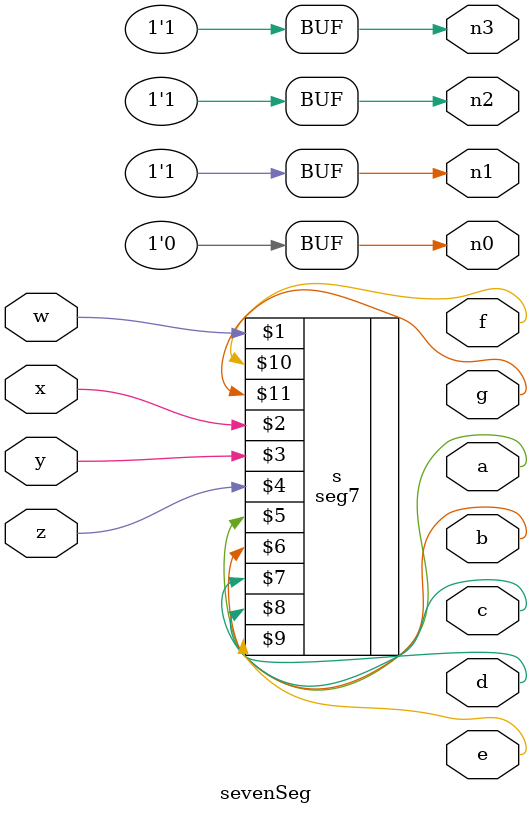
<source format=v>
`timescale 1ns / 1ps

module sevenSeg(w, x, y, z, a, b, c, d, e, f, g, n0, n1, n2, n3);

	input w, x, y, z;
	output a, b, c, d, e, f, g, n0, n1, n2, n3;
	
	assign n0 =0;
	assign n1 =1;
	assign n2 =1;
	assign n3 =1;
	
	seg7 s(w, x, y, z, a, b, c, d, e, f, g);


endmodule
</source>
